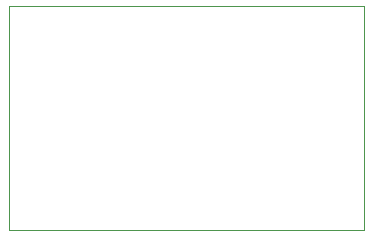
<source format=gbr>
G04 #@! TF.GenerationSoftware,KiCad,Pcbnew,7.0.5*
G04 #@! TF.CreationDate,2023-07-12T12:31:12+02:00*
G04 #@! TF.ProjectId,Tunnelling-Amp,54756e6e-656c-46c6-996e-672d416d702e,1.0*
G04 #@! TF.SameCoordinates,Original*
G04 #@! TF.FileFunction,Profile,NP*
%FSLAX46Y46*%
G04 Gerber Fmt 4.6, Leading zero omitted, Abs format (unit mm)*
G04 Created by KiCad (PCBNEW 7.0.5) date 2023-07-12 12:31:12*
%MOMM*%
%LPD*%
G01*
G04 APERTURE LIST*
G04 #@! TA.AperFunction,Profile*
%ADD10C,0.050000*%
G04 #@! TD*
G04 APERTURE END LIST*
D10*
X95400000Y-116115000D02*
X125400000Y-116115000D01*
X125400000Y-135115000D01*
X95400000Y-135115000D01*
X95400000Y-116115000D01*
M02*

</source>
